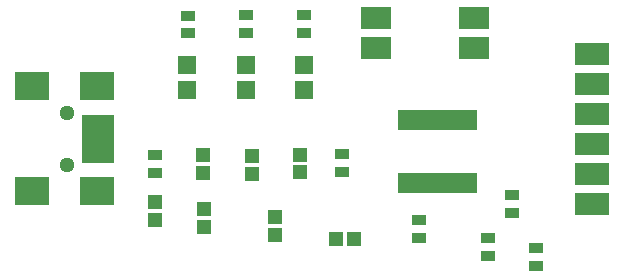
<source format=gts>
G04 #@! TF.FileFunction,Soldermask,Top*
%FSLAX46Y46*%
G04 Gerber Fmt 4.6, Leading zero omitted, Abs format (unit mm)*
G04 Created by KiCad (PCBNEW 4.0.0-rc1-stable) date 12/2/2015 9:18:31 PM*
%MOMM*%
G01*
G04 APERTURE LIST*
%ADD10C,0.100000*%
%ADD11R,0.806400X1.670000*%
%ADD12R,1.150000X1.200000*%
%ADD13R,1.200000X1.150000*%
%ADD14R,1.598880X1.598880*%
%ADD15R,1.300000X0.900000*%
%ADD16R,2.701240X0.900380*%
%ADD17R,2.899360X2.398980*%
%ADD18C,1.299160*%
%ADD19R,2.559000X1.924000*%
%ADD20R,2.940000X1.924000*%
G04 APERTURE END LIST*
D10*
D11*
X160350200Y-93210380D03*
X160985200Y-93210380D03*
X161645600Y-93210380D03*
X162306000Y-93210380D03*
X162941000Y-93210380D03*
X163601400Y-93210380D03*
X164261800Y-93210380D03*
X164896800Y-93210380D03*
X165557200Y-93210380D03*
X166192200Y-93210380D03*
X166192200Y-87876380D03*
X165557200Y-87876380D03*
X164896800Y-87876380D03*
X164261800Y-87876380D03*
X163601400Y-87876380D03*
X162941000Y-87876380D03*
X162306000Y-87876380D03*
X161645600Y-87876380D03*
X160985200Y-87876380D03*
X160350200Y-87876380D03*
D12*
X143540480Y-95444180D03*
X143540480Y-96944180D03*
X139362180Y-94830900D03*
X139362180Y-96330900D03*
X143461740Y-90840560D03*
X143461740Y-92340560D03*
X149504400Y-97598360D03*
X149504400Y-96098360D03*
X147584160Y-90921840D03*
X147584160Y-92421840D03*
X151673560Y-90812620D03*
X151673560Y-92312620D03*
D13*
X156185300Y-97972880D03*
X154685300Y-97972880D03*
D14*
X151985980Y-83210400D03*
X151985980Y-85308440D03*
X142111650Y-83203764D03*
X142111650Y-85301804D03*
X147030440Y-83202780D03*
X147030440Y-85300820D03*
D15*
X139357100Y-90867100D03*
X139357100Y-92367100D03*
D16*
X134548880Y-87871300D03*
X134548880Y-88671400D03*
X134548880Y-89471500D03*
X134548880Y-90271600D03*
X134548880Y-91071700D03*
D17*
X134449820Y-85021420D03*
X128950720Y-85021420D03*
X134449820Y-93921580D03*
X128950720Y-93921580D03*
D18*
X131950460Y-87271860D03*
X131950460Y-91671140D03*
D15*
X167581580Y-97862260D03*
X167581580Y-99362260D03*
X171622720Y-98734880D03*
X171622720Y-100234880D03*
X152001220Y-78983840D03*
X152001220Y-80483840D03*
X142176500Y-79032100D03*
X142176500Y-80532100D03*
X147063460Y-78983840D03*
X147063460Y-80483840D03*
X155204160Y-90783280D03*
X155204160Y-92283280D03*
X161698940Y-97858580D03*
X161698940Y-96358580D03*
X169618660Y-94212280D03*
X169618660Y-95712280D03*
D19*
X166331900Y-81739740D03*
X166331900Y-79199740D03*
X158076900Y-79199740D03*
X158076900Y-81739740D03*
D20*
X176377600Y-82255360D03*
X176377600Y-84795360D03*
X176377600Y-87335360D03*
X176377600Y-89875360D03*
X176377600Y-92415360D03*
X176377600Y-94955360D03*
M02*

</source>
